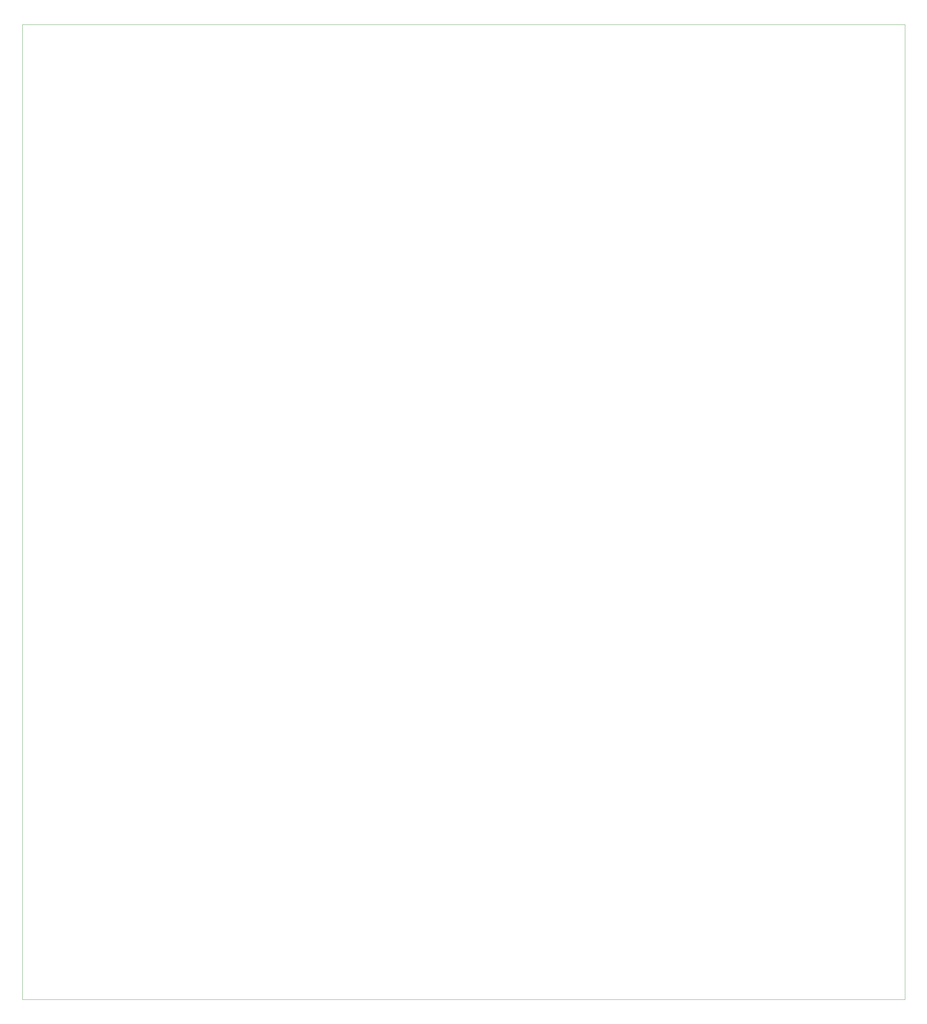
<source format=gbr>
G04 #@! TF.GenerationSoftware,KiCad,Pcbnew,(5.0.0)*
G04 #@! TF.CreationDate,2019-08-04T21:28:26+01:00*
G04 #@! TF.ProjectId,PSU,5053552E6B696361645F706362000000,rev?*
G04 #@! TF.SameCoordinates,Original*
G04 #@! TF.FileFunction,Profile,NP*
%FSLAX46Y46*%
G04 Gerber Fmt 4.6, Leading zero omitted, Abs format (unit mm)*
G04 Created by KiCad (PCBNEW (5.0.0)) date 08/04/19 21:28:26*
%MOMM*%
%LPD*%
G01*
G04 APERTURE LIST*
%ADD10C,0.100000*%
G04 APERTURE END LIST*
D10*
X270103600Y-26568400D02*
X26263600Y-26568400D01*
X270103600Y-295808400D02*
X270103600Y-26568400D01*
X26263600Y-295808400D02*
X270103600Y-295808400D01*
X26263600Y-26568400D02*
X26263600Y-295808400D01*
M02*

</source>
